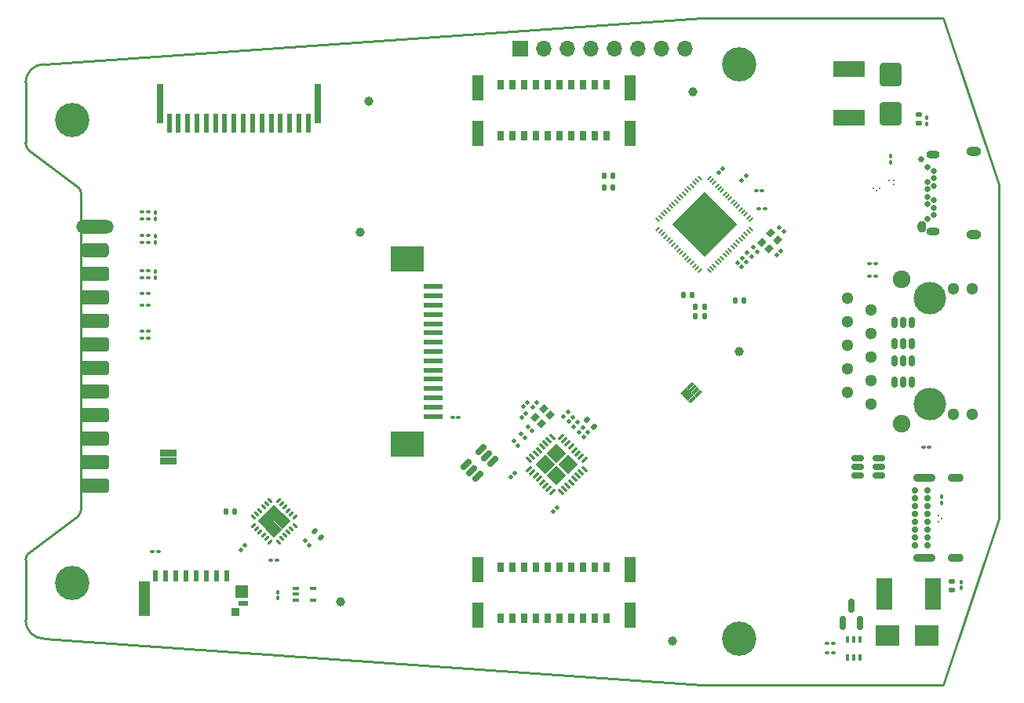
<source format=gbr>
G04 #@! TF.GenerationSoftware,KiCad,Pcbnew,8.0.1-8.0.1-1~ubuntu22.04.1*
G04 #@! TF.CreationDate,2024-03-31T08:55:46-05:00*
G04 #@! TF.ProjectId,controller,636f6e74-726f-46c6-9c65-722e6b696361,rev?*
G04 #@! TF.SameCoordinates,Original*
G04 #@! TF.FileFunction,Soldermask,Top*
G04 #@! TF.FilePolarity,Negative*
%FSLAX46Y46*%
G04 Gerber Fmt 4.6, Leading zero omitted, Abs format (unit mm)*
G04 Created by KiCad (PCBNEW 8.0.1-8.0.1-1~ubuntu22.04.1) date 2024-03-31 08:55:46*
%MOMM*%
%LPD*%
G01*
G04 APERTURE LIST*
G04 Aperture macros list*
%AMRoundRect*
0 Rectangle with rounded corners*
0 $1 Rounding radius*
0 $2 $3 $4 $5 $6 $7 $8 $9 X,Y pos of 4 corners*
0 Add a 4 corners polygon primitive as box body*
4,1,4,$2,$3,$4,$5,$6,$7,$8,$9,$2,$3,0*
0 Add four circle primitives for the rounded corners*
1,1,$1+$1,$2,$3*
1,1,$1+$1,$4,$5*
1,1,$1+$1,$6,$7*
1,1,$1+$1,$8,$9*
0 Add four rect primitives between the rounded corners*
20,1,$1+$1,$2,$3,$4,$5,0*
20,1,$1+$1,$4,$5,$6,$7,0*
20,1,$1+$1,$6,$7,$8,$9,0*
20,1,$1+$1,$8,$9,$2,$3,0*%
%AMHorizOval*
0 Thick line with rounded ends*
0 $1 width*
0 $2 $3 position (X,Y) of the first rounded end (center of the circle)*
0 $4 $5 position (X,Y) of the second rounded end (center of the circle)*
0 Add line between two ends*
20,1,$1,$2,$3,$4,$5,0*
0 Add two circle primitives to create the rounded ends*
1,1,$1,$2,$3*
1,1,$1,$4,$5*%
%AMRotRect*
0 Rectangle, with rotation*
0 The origin of the aperture is its center*
0 $1 length*
0 $2 width*
0 $3 Rotation angle, in degrees counterclockwise*
0 Add horizontal line*
21,1,$1,$2,0,0,$3*%
%AMFreePoly0*
4,1,6,0.375000,0.204290,0.375000,-0.325000,-0.375000,-0.325000,-0.375000,0.325000,0.254290,0.325000,0.375000,0.204290,0.375000,0.204290,$1*%
%AMFreePoly1*
4,1,6,0.375000,-0.325000,-0.375000,-0.325000,-0.375000,0.204290,-0.254290,0.325000,0.375000,0.325000,0.375000,-0.325000,0.375000,-0.325000,$1*%
%AMFreePoly2*
4,1,6,0.375000,-0.325000,-0.254290,-0.325000,-0.375000,-0.204290,-0.375000,0.325000,0.375000,0.325000,0.375000,-0.325000,0.375000,-0.325000,$1*%
%AMFreePoly3*
4,1,6,0.375000,-0.204290,0.254290,-0.325000,-0.375000,-0.325000,-0.375000,0.325000,0.375000,0.325000,0.375000,-0.204290,0.375000,-0.204290,$1*%
G04 Aperture macros list end*
%ADD10C,0.010000*%
%ADD11R,0.600000X1.250000*%
%ADD12R,1.200000X3.790000*%
%ADD13R,1.450000X1.400000*%
%ADD14R,1.000000X0.600000*%
%ADD15R,0.950000X0.850000*%
%ADD16RoundRect,0.062500X0.212132X-0.123744X-0.123744X0.212132X-0.212132X0.123744X0.123744X-0.212132X0*%
%ADD17RoundRect,0.062500X0.212132X0.123744X0.123744X0.212132X-0.212132X-0.123744X-0.123744X-0.212132X0*%
%ADD18RotRect,1.225000X1.225000X135.000000*%
%ADD19RoundRect,0.100000X-0.162635X0.021213X0.021213X-0.162635X0.162635X-0.021213X-0.021213X0.162635X0*%
%ADD20RoundRect,0.100000X0.021213X0.162635X-0.162635X-0.021213X-0.021213X-0.162635X0.162635X0.021213X0*%
%ADD21RoundRect,0.140000X0.140000X0.170000X-0.140000X0.170000X-0.140000X-0.170000X0.140000X-0.170000X0*%
%ADD22RoundRect,0.100000X0.130000X0.100000X-0.130000X0.100000X-0.130000X-0.100000X0.130000X-0.100000X0*%
%ADD23R,0.650000X0.400000*%
%ADD24RoundRect,0.100000X-0.130000X-0.100000X0.130000X-0.100000X0.130000X0.100000X-0.130000X0.100000X0*%
%ADD25RoundRect,0.100000X-0.100000X0.130000X-0.100000X-0.130000X0.100000X-0.130000X0.100000X0.130000X0*%
%ADD26RotRect,0.254000X0.812800X135.000000*%
%ADD27RotRect,0.254000X0.812800X45.000000*%
%ADD28RotRect,1.501800X1.501800X45.000000*%
%ADD29RoundRect,0.100000X0.162635X-0.021213X-0.021213X0.162635X-0.162635X0.021213X0.021213X-0.162635X0*%
%ADD30RoundRect,0.100000X-0.021213X-0.162635X0.162635X0.021213X0.021213X0.162635X-0.162635X-0.021213X0*%
%ADD31RoundRect,0.135000X0.226274X0.035355X0.035355X0.226274X-0.226274X-0.035355X-0.035355X-0.226274X0*%
%ADD32RoundRect,0.100000X0.100000X-0.130000X0.100000X0.130000X-0.100000X0.130000X-0.100000X-0.130000X0*%
%ADD33RotRect,0.750000X0.700000X45.000000*%
%ADD34RoundRect,0.140000X-0.170000X0.140000X-0.170000X-0.140000X0.170000X-0.140000X0.170000X0.140000X0*%
%ADD35R,2.500000X2.300000*%
%ADD36RoundRect,0.150000X-0.256326X-0.468458X0.468458X0.256326X0.256326X0.468458X-0.468458X-0.256326X0*%
%ADD37RoundRect,0.140000X-0.219203X-0.021213X-0.021213X-0.219203X0.219203X0.021213X0.021213X0.219203X0*%
%ADD38C,1.000000*%
%ADD39C,3.700000*%
%ADD40RoundRect,0.140000X-0.140000X-0.170000X0.140000X-0.170000X0.140000X0.170000X-0.140000X0.170000X0*%
%ADD41R,0.609600X2.006600*%
%ADD42R,0.711200X4.191000*%
%ADD43R,3.505200X1.778000*%
%ADD44R,0.400000X0.650000*%
%ADD45RoundRect,0.150000X0.150000X-0.450000X0.150000X0.450000X-0.150000X0.450000X-0.150000X-0.450000X0*%
%ADD46R,2.000000X0.610000*%
%ADD47R,3.600000X2.680000*%
%ADD48R,0.200000X0.200000*%
%ADD49RoundRect,0.250000X0.900000X-1.000000X0.900000X1.000000X-0.900000X1.000000X-0.900000X-1.000000X0*%
%ADD50R,1.778000X3.505200*%
%ADD51HorizOval,0.200000X-0.141421X-0.141421X0.141421X0.141421X0*%
%ADD52HorizOval,0.200000X-0.141421X0.141421X0.141421X-0.141421X0*%
%ADD53C,0.625000*%
%ADD54RotRect,5.000000X5.000000X225.000000*%
%ADD55RotRect,0.200000X0.200000X315.000000*%
%ADD56R,0.800000X1.100000*%
%ADD57R,1.200000X2.700000*%
%ADD58FreePoly0,225.000000*%
%ADD59FreePoly1,225.000000*%
%ADD60FreePoly2,225.000000*%
%ADD61FreePoly3,225.000000*%
%ADD62RoundRect,0.762000X-0.000010X-0.000010X0.000010X-0.000010X0.000010X0.000010X-0.000010X0.000010X0*%
%ADD63RoundRect,0.762000X-1.238000X-0.000010X1.238000X-0.000010X1.238000X0.000010X-1.238000X0.000010X0*%
%ADD64RoundRect,0.381000X-0.381000X-0.381000X0.381000X-0.381000X0.381000X0.381000X-0.381000X0.381000X0*%
%ADD65RoundRect,0.381000X-1.119000X-0.381000X1.119000X-0.381000X1.119000X0.381000X-1.119000X0.381000X0*%
%ADD66RoundRect,0.228600X-1.271400X-0.533400X1.271400X-0.533400X1.271400X0.533400X-1.271400X0.533400X0*%
%ADD67RoundRect,0.150000X-0.512500X-0.150000X0.512500X-0.150000X0.512500X0.150000X-0.512500X0.150000X0*%
%ADD68RoundRect,0.140000X0.170000X-0.140000X0.170000X0.140000X-0.170000X0.140000X-0.170000X-0.140000X0*%
%ADD69RoundRect,0.150000X0.150000X-0.587500X0.150000X0.587500X-0.150000X0.587500X-0.150000X-0.587500X0*%
%ADD70C,0.700000*%
%ADD71O,1.700000X0.900000*%
%ADD72O,2.400000X0.900000*%
%ADD73C,0.650000*%
%ADD74C,0.640000*%
%ADD75O,1.440000X0.840000*%
%ADD76O,1.604000X1.004000*%
%ADD77R,1.700000X1.700000*%
%ADD78O,1.700000X1.700000*%
%ADD79C,1.900000*%
%ADD80C,3.500000*%
%ADD81C,1.300000*%
G04 #@! TA.AperFunction,Profile*
%ADD82C,0.254000*%
G04 #@! TD*
G04 #@! TA.AperFunction,Profile*
%ADD83C,0.010000*%
G04 #@! TD*
G04 APERTURE END LIST*
D10*
X98300000Y-110900000D02*
X97500000Y-110900000D01*
X97500000Y-110600000D01*
X98300000Y-110600000D01*
X98300000Y-110900000D01*
G36*
X98300000Y-110900000D02*
G01*
X97500000Y-110900000D01*
X97500000Y-110600000D01*
X98300000Y-110600000D01*
X98300000Y-110900000D01*
G37*
X98300000Y-111300000D02*
X97500000Y-111300000D01*
X97500000Y-111000000D01*
X98300000Y-111000000D01*
X98300000Y-111300000D01*
G36*
X98300000Y-111300000D02*
G01*
X97500000Y-111300000D01*
X97500000Y-111000000D01*
X98300000Y-111000000D01*
X98300000Y-111300000D01*
G37*
X98300000Y-111700000D02*
X97500000Y-111700000D01*
X97500000Y-111400000D01*
X98300000Y-111400000D01*
X98300000Y-111700000D01*
G36*
X98300000Y-111700000D02*
G01*
X97500000Y-111700000D01*
X97500000Y-111400000D01*
X98300000Y-111400000D01*
X98300000Y-111700000D01*
G37*
X98300000Y-112100000D02*
X97500000Y-112100000D01*
X97500000Y-111800000D01*
X98300000Y-111800000D01*
X98300000Y-112100000D01*
G36*
X98300000Y-112100000D02*
G01*
X97500000Y-112100000D01*
X97500000Y-111800000D01*
X98300000Y-111800000D01*
X98300000Y-112100000D01*
G37*
X99200000Y-110900000D02*
X98400000Y-110900000D01*
X98400000Y-110600000D01*
X99200000Y-110600000D01*
X99200000Y-110900000D01*
G36*
X99200000Y-110900000D02*
G01*
X98400000Y-110900000D01*
X98400000Y-110600000D01*
X99200000Y-110600000D01*
X99200000Y-110900000D01*
G37*
X99200000Y-111300000D02*
X98400000Y-111300000D01*
X98400000Y-111000000D01*
X99200000Y-111000000D01*
X99200000Y-111300000D01*
G36*
X99200000Y-111300000D02*
G01*
X98400000Y-111300000D01*
X98400000Y-111000000D01*
X99200000Y-111000000D01*
X99200000Y-111300000D01*
G37*
X99200000Y-111700000D02*
X98400000Y-111700000D01*
X98400000Y-111400000D01*
X99200000Y-111400000D01*
X99200000Y-111700000D01*
G36*
X99200000Y-111700000D02*
G01*
X98400000Y-111700000D01*
X98400000Y-111400000D01*
X99200000Y-111400000D01*
X99200000Y-111700000D01*
G37*
X99200000Y-112100000D02*
X98400000Y-112100000D01*
X98400000Y-111800000D01*
X99200000Y-111800000D01*
X99200000Y-112100000D01*
G36*
X99200000Y-112100000D02*
G01*
X98400000Y-112100000D01*
X98400000Y-111800000D01*
X99200000Y-111800000D01*
X99200000Y-112100000D01*
G37*
X154431513Y-104122619D02*
X153865827Y-104688305D01*
X153653695Y-104476173D01*
X154219381Y-103910487D01*
X154431513Y-104122619D01*
G36*
X154431513Y-104122619D02*
G01*
X153865827Y-104688305D01*
X153653695Y-104476173D01*
X154219381Y-103910487D01*
X154431513Y-104122619D01*
G37*
X154714355Y-104405462D02*
X154148670Y-104971147D01*
X153936538Y-104759015D01*
X154502223Y-104193330D01*
X154714355Y-104405462D01*
G36*
X154714355Y-104405462D02*
G01*
X154148670Y-104971147D01*
X153936538Y-104759015D01*
X154502223Y-104193330D01*
X154714355Y-104405462D01*
G37*
X154997198Y-104688305D02*
X154431513Y-105253990D01*
X154219381Y-105041858D01*
X154785066Y-104476173D01*
X154997198Y-104688305D01*
G36*
X154997198Y-104688305D02*
G01*
X154431513Y-105253990D01*
X154219381Y-105041858D01*
X154785066Y-104476173D01*
X154997198Y-104688305D01*
G37*
X155067909Y-103486223D02*
X154502223Y-104051909D01*
X154290091Y-103839777D01*
X154855777Y-103274091D01*
X155067909Y-103486223D01*
G36*
X155067909Y-103486223D02*
G01*
X154502223Y-104051909D01*
X154290091Y-103839777D01*
X154855777Y-103274091D01*
X155067909Y-103486223D01*
G37*
X155280041Y-104971147D02*
X154714355Y-105536833D01*
X154502223Y-105324701D01*
X155067909Y-104759015D01*
X155280041Y-104971147D01*
G36*
X155280041Y-104971147D02*
G01*
X154714355Y-105536833D01*
X154502223Y-105324701D01*
X155067909Y-104759015D01*
X155280041Y-104971147D01*
G37*
X155350751Y-103769066D02*
X154785066Y-104334751D01*
X154572934Y-104122619D01*
X155138619Y-103556934D01*
X155350751Y-103769066D01*
G36*
X155350751Y-103769066D02*
G01*
X154785066Y-104334751D01*
X154572934Y-104122619D01*
X155138619Y-103556934D01*
X155350751Y-103769066D01*
G37*
X155633594Y-104051909D02*
X155067909Y-104617594D01*
X154855777Y-104405462D01*
X155421462Y-103839777D01*
X155633594Y-104051909D01*
G36*
X155633594Y-104051909D02*
G01*
X155067909Y-104617594D01*
X154855777Y-104405462D01*
X155421462Y-103839777D01*
X155633594Y-104051909D01*
G37*
X155916437Y-104334751D02*
X155350751Y-104900437D01*
X155138619Y-104688305D01*
X155704305Y-104122619D01*
X155916437Y-104334751D01*
G36*
X155916437Y-104334751D02*
G01*
X155350751Y-104900437D01*
X155138619Y-104688305D01*
X155704305Y-104122619D01*
X155916437Y-104334751D01*
G37*
X179701000Y-85926000D02*
X179723000Y-85927000D01*
X179745000Y-85930000D01*
X179767000Y-85934000D01*
X179789000Y-85939000D01*
X179810000Y-85946000D01*
X179831000Y-85953000D01*
X179852000Y-85962000D01*
X179872000Y-85971000D01*
X179891000Y-85982000D01*
X179910000Y-85994000D01*
X179929000Y-86006000D01*
X179946000Y-86020000D01*
X179963000Y-86034000D01*
X179980000Y-86049000D01*
X179995000Y-86066000D01*
X180009000Y-86083000D01*
X180023000Y-86100000D01*
X180035000Y-86119000D01*
X180047000Y-86137000D01*
X180058000Y-86157000D01*
X180067000Y-86177000D01*
X180076000Y-86198000D01*
X180083000Y-86219000D01*
X180090000Y-86240000D01*
X180095000Y-86262000D01*
X180099000Y-86284000D01*
X180102000Y-86306000D01*
X180103000Y-86328000D01*
X180104000Y-86350000D01*
X180104000Y-86650000D01*
X180103000Y-86672000D01*
X180102000Y-86694000D01*
X180099000Y-86716000D01*
X180095000Y-86738000D01*
X180090000Y-86760000D01*
X180083000Y-86781000D01*
X180076000Y-86802000D01*
X180067000Y-86823000D01*
X180058000Y-86843000D01*
X180047000Y-86862000D01*
X180035000Y-86881000D01*
X180023000Y-86900000D01*
X180009000Y-86917000D01*
X179995000Y-86934000D01*
X179980000Y-86951000D01*
X179963000Y-86966000D01*
X179946000Y-86980000D01*
X179929000Y-86994000D01*
X179910000Y-87006000D01*
X179891000Y-87018000D01*
X179872000Y-87029000D01*
X179852000Y-87038000D01*
X179831000Y-87047000D01*
X179810000Y-87054000D01*
X179789000Y-87061000D01*
X179767000Y-87066000D01*
X179745000Y-87070000D01*
X179723000Y-87073000D01*
X179701000Y-87074000D01*
X179679000Y-87075000D01*
X179657000Y-87074000D01*
X179635000Y-87073000D01*
X179613000Y-87070000D01*
X179591000Y-87066000D01*
X179569000Y-87061000D01*
X179548000Y-87054000D01*
X179527000Y-87047000D01*
X179506000Y-87038000D01*
X179486000Y-87029000D01*
X179466000Y-87018000D01*
X179448000Y-87006000D01*
X179429000Y-86994000D01*
X179412000Y-86980000D01*
X179395000Y-86966000D01*
X179378000Y-86951000D01*
X179363000Y-86934000D01*
X179349000Y-86917000D01*
X179335000Y-86900000D01*
X179323000Y-86881000D01*
X179311000Y-86862000D01*
X179300000Y-86843000D01*
X179291000Y-86823000D01*
X179282000Y-86802000D01*
X179275000Y-86781000D01*
X179268000Y-86760000D01*
X179263000Y-86738000D01*
X179259000Y-86716000D01*
X179256000Y-86694000D01*
X179255000Y-86672000D01*
X179254000Y-86650000D01*
X179254000Y-86350000D01*
X179255000Y-86328000D01*
X179256000Y-86306000D01*
X179259000Y-86284000D01*
X179263000Y-86262000D01*
X179268000Y-86240000D01*
X179275000Y-86219000D01*
X179282000Y-86198000D01*
X179291000Y-86177000D01*
X179300000Y-86157000D01*
X179311000Y-86137000D01*
X179323000Y-86119000D01*
X179335000Y-86100000D01*
X179349000Y-86083000D01*
X179363000Y-86066000D01*
X179378000Y-86049000D01*
X179395000Y-86034000D01*
X179412000Y-86020000D01*
X179429000Y-86006000D01*
X179448000Y-85994000D01*
X179466000Y-85982000D01*
X179486000Y-85971000D01*
X179506000Y-85962000D01*
X179527000Y-85953000D01*
X179548000Y-85946000D01*
X179569000Y-85939000D01*
X179591000Y-85934000D01*
X179613000Y-85930000D01*
X179635000Y-85927000D01*
X179657000Y-85926000D01*
X179679000Y-85925000D01*
X179701000Y-85926000D01*
G36*
X179701000Y-85926000D02*
G01*
X179723000Y-85927000D01*
X179745000Y-85930000D01*
X179767000Y-85934000D01*
X179789000Y-85939000D01*
X179810000Y-85946000D01*
X179831000Y-85953000D01*
X179852000Y-85962000D01*
X179872000Y-85971000D01*
X179891000Y-85982000D01*
X179910000Y-85994000D01*
X179929000Y-86006000D01*
X179946000Y-86020000D01*
X179963000Y-86034000D01*
X179980000Y-86049000D01*
X179995000Y-86066000D01*
X180009000Y-86083000D01*
X180023000Y-86100000D01*
X180035000Y-86119000D01*
X180047000Y-86137000D01*
X180058000Y-86157000D01*
X180067000Y-86177000D01*
X180076000Y-86198000D01*
X180083000Y-86219000D01*
X180090000Y-86240000D01*
X180095000Y-86262000D01*
X180099000Y-86284000D01*
X180102000Y-86306000D01*
X180103000Y-86328000D01*
X180104000Y-86350000D01*
X180104000Y-86650000D01*
X180103000Y-86672000D01*
X180102000Y-86694000D01*
X180099000Y-86716000D01*
X180095000Y-86738000D01*
X180090000Y-86760000D01*
X180083000Y-86781000D01*
X180076000Y-86802000D01*
X180067000Y-86823000D01*
X180058000Y-86843000D01*
X180047000Y-86862000D01*
X180035000Y-86881000D01*
X180023000Y-86900000D01*
X180009000Y-86917000D01*
X179995000Y-86934000D01*
X179980000Y-86951000D01*
X179963000Y-86966000D01*
X179946000Y-86980000D01*
X179929000Y-86994000D01*
X179910000Y-87006000D01*
X179891000Y-87018000D01*
X179872000Y-87029000D01*
X179852000Y-87038000D01*
X179831000Y-87047000D01*
X179810000Y-87054000D01*
X179789000Y-87061000D01*
X179767000Y-87066000D01*
X179745000Y-87070000D01*
X179723000Y-87073000D01*
X179701000Y-87074000D01*
X179679000Y-87075000D01*
X179657000Y-87074000D01*
X179635000Y-87073000D01*
X179613000Y-87070000D01*
X179591000Y-87066000D01*
X179569000Y-87061000D01*
X179548000Y-87054000D01*
X179527000Y-87047000D01*
X179506000Y-87038000D01*
X179486000Y-87029000D01*
X179466000Y-87018000D01*
X179448000Y-87006000D01*
X179429000Y-86994000D01*
X179412000Y-86980000D01*
X179395000Y-86966000D01*
X179378000Y-86951000D01*
X179363000Y-86934000D01*
X179349000Y-86917000D01*
X179335000Y-86900000D01*
X179323000Y-86881000D01*
X179311000Y-86862000D01*
X179300000Y-86843000D01*
X179291000Y-86823000D01*
X179282000Y-86802000D01*
X179275000Y-86781000D01*
X179268000Y-86760000D01*
X179263000Y-86738000D01*
X179259000Y-86716000D01*
X179256000Y-86694000D01*
X179255000Y-86672000D01*
X179254000Y-86650000D01*
X179254000Y-86350000D01*
X179255000Y-86328000D01*
X179256000Y-86306000D01*
X179259000Y-86284000D01*
X179263000Y-86262000D01*
X179268000Y-86240000D01*
X179275000Y-86219000D01*
X179282000Y-86198000D01*
X179291000Y-86177000D01*
X179300000Y-86157000D01*
X179311000Y-86137000D01*
X179323000Y-86119000D01*
X179335000Y-86100000D01*
X179349000Y-86083000D01*
X179363000Y-86066000D01*
X179378000Y-86049000D01*
X179395000Y-86034000D01*
X179412000Y-86020000D01*
X179429000Y-86006000D01*
X179448000Y-85994000D01*
X179466000Y-85982000D01*
X179486000Y-85971000D01*
X179506000Y-85962000D01*
X179527000Y-85953000D01*
X179548000Y-85946000D01*
X179569000Y-85939000D01*
X179591000Y-85934000D01*
X179613000Y-85930000D01*
X179635000Y-85927000D01*
X179657000Y-85926000D01*
X179679000Y-85925000D01*
X179701000Y-85926000D01*
G37*
D11*
X104680000Y-124185000D03*
X103580000Y-124185000D03*
X102480000Y-124185000D03*
X101380000Y-124185000D03*
X100280000Y-124185000D03*
X99180000Y-124185000D03*
X98080000Y-124185000D03*
X96980000Y-124185000D03*
D12*
X95830000Y-126665000D03*
D13*
X106305000Y-125910000D03*
D14*
X106530000Y-127160000D03*
D15*
X105605000Y-128135000D03*
D16*
X110279619Y-120547386D03*
X110633173Y-120193833D03*
X110986726Y-119840280D03*
X111340280Y-119486726D03*
X111693833Y-119133173D03*
X112047386Y-118779619D03*
D17*
X112047386Y-117860381D03*
X111693833Y-117506827D03*
X111340280Y-117153274D03*
X110986726Y-116799720D03*
X110633173Y-116446167D03*
X110279619Y-116092614D03*
D16*
X109360381Y-116092614D03*
X109006827Y-116446167D03*
X108653274Y-116799720D03*
X108299720Y-117153274D03*
X107946167Y-117506827D03*
X107592614Y-117860381D03*
D17*
X107592614Y-118779619D03*
X107946167Y-119133173D03*
X108299720Y-119486726D03*
X108653274Y-119840280D03*
X109006827Y-120193833D03*
X109360381Y-120547386D03*
D18*
X109820000Y-119186206D03*
X110686206Y-118320000D03*
X108953794Y-118320000D03*
X109820000Y-117453794D03*
D19*
X113163726Y-120443726D03*
X113616274Y-120896274D03*
D20*
X106686274Y-120933726D03*
X106233726Y-121386274D03*
D21*
X105580000Y-117250000D03*
X104620000Y-117250000D03*
D22*
X97310000Y-121560000D03*
X96670000Y-121560000D03*
D23*
X112130000Y-125540000D03*
X112130000Y-126190000D03*
X112130000Y-126840000D03*
X114030000Y-126840000D03*
X114030000Y-125540000D03*
D24*
X109480000Y-122500000D03*
X110120000Y-122500000D03*
D25*
X110240000Y-125960000D03*
X110240000Y-126600000D03*
D26*
X137309575Y-112675954D03*
X137668785Y-113035164D03*
X138027995Y-113394374D03*
X138387205Y-113753584D03*
X138746416Y-114112795D03*
X139105626Y-114472005D03*
X139464836Y-114831215D03*
X139824046Y-115190425D03*
D27*
X140775954Y-115190425D03*
X141135164Y-114831215D03*
X141494374Y-114472005D03*
X141853584Y-114112795D03*
X142212795Y-113753584D03*
X142572005Y-113394374D03*
X142931215Y-113035164D03*
X143290425Y-112675954D03*
D26*
X143290425Y-111724046D03*
X142931215Y-111364836D03*
X142572005Y-111005626D03*
X142212795Y-110646416D03*
X141853584Y-110287205D03*
X141494374Y-109927995D03*
X141135164Y-109568785D03*
X140775954Y-109209575D03*
D27*
X139824046Y-109209575D03*
X139464836Y-109568785D03*
X139105626Y-109927995D03*
X138746416Y-110287205D03*
X138387205Y-110646416D03*
X138027995Y-111005626D03*
X137668785Y-111364836D03*
X137309575Y-111724046D03*
D28*
X139096646Y-112200000D03*
X140300000Y-113403354D03*
X140300000Y-110996646D03*
X141503354Y-112200000D03*
D20*
X140366274Y-116813726D03*
X139913726Y-117266274D03*
X141506274Y-106563726D03*
X141053726Y-107016274D03*
D29*
X136906274Y-109346274D03*
X136453726Y-108893726D03*
X136126274Y-110126274D03*
X135673726Y-109673726D03*
D30*
X142703726Y-108686274D03*
X143156274Y-108233726D03*
X143243726Y-109216274D03*
X143696274Y-108763726D03*
D20*
X136976274Y-106693726D03*
X136523726Y-107146274D03*
D30*
X137710000Y-105980000D03*
X138162548Y-105527452D03*
D31*
X144320624Y-108100624D03*
X143599376Y-107379376D03*
D32*
X181860000Y-116340000D03*
X181860000Y-115700000D03*
D29*
X137666274Y-108576274D03*
X137213726Y-108123726D03*
D33*
X138676256Y-107820503D03*
X139630850Y-106865909D03*
X138923744Y-106158803D03*
X137969150Y-107113397D03*
D30*
X142133726Y-108106274D03*
X142586274Y-107653726D03*
D25*
X183922100Y-124860000D03*
X183922100Y-125500000D03*
D34*
X182932100Y-124810000D03*
X182932100Y-125770000D03*
D35*
X180272100Y-130680000D03*
X175972100Y-130680000D03*
D22*
X96205000Y-98552000D03*
X95565000Y-98552000D03*
X96205000Y-97790000D03*
X95565000Y-97790000D03*
D36*
X130496098Y-112160400D03*
X131167849Y-112832151D03*
X131839600Y-113503902D03*
X133448268Y-111895234D03*
X132776517Y-111223483D03*
X132104766Y-110551732D03*
D30*
X141593726Y-107566274D03*
X142046274Y-107113726D03*
X136673726Y-105926274D03*
X137126274Y-105473726D03*
D37*
X114180589Y-119360589D03*
X114859411Y-120039411D03*
D24*
X129070000Y-107090000D03*
X129710000Y-107090000D03*
D38*
X119109000Y-87132000D03*
D22*
X96205000Y-87503000D03*
X95565000Y-87503000D03*
D25*
X176300000Y-78950000D03*
X176300000Y-79590000D03*
D30*
X157788726Y-80694274D03*
X158241274Y-80241726D03*
D39*
X88000000Y-125000000D03*
D40*
X155270000Y-95180000D03*
X156230000Y-95180000D03*
D22*
X96205000Y-94996000D03*
X95565000Y-94996000D03*
D41*
X113495001Y-75329000D03*
X112495001Y-75329000D03*
X111495000Y-75329000D03*
X110495002Y-75329000D03*
X109495002Y-75329000D03*
X108495001Y-75329000D03*
X107495001Y-75329000D03*
X106495003Y-75329000D03*
X105495002Y-75329000D03*
X104495001Y-75329000D03*
X103495001Y-75329000D03*
X102495000Y-75329000D03*
X101495002Y-75329000D03*
X100495002Y-75329000D03*
X99495001Y-75329000D03*
X98495001Y-75329000D03*
D42*
X97498701Y-73220800D03*
X114491301Y-73220800D03*
D40*
X159560000Y-94500000D03*
X160520000Y-94500000D03*
D22*
X170120000Y-132550000D03*
X169480000Y-132550000D03*
D43*
X171830000Y-74734100D03*
X171830000Y-69501700D03*
D22*
X96205000Y-92075000D03*
X95565000Y-92075000D03*
D19*
X164333726Y-86623726D03*
X164786274Y-87076274D03*
D38*
X152820000Y-131230000D03*
D22*
X180520000Y-110300000D03*
X179880000Y-110300000D03*
D40*
X145420000Y-82280000D03*
X146380000Y-82280000D03*
D21*
X154910000Y-93890000D03*
X153950000Y-93890000D03*
D44*
X171700000Y-133000000D03*
X172350000Y-133000000D03*
X173000000Y-133000000D03*
X173000000Y-131100000D03*
X172350000Y-131100000D03*
X171700000Y-131100000D03*
D45*
X176750000Y-99137500D03*
X177700000Y-99137500D03*
X178650000Y-99137500D03*
X178650000Y-96862500D03*
X177700000Y-96862500D03*
X176750000Y-96862500D03*
D38*
X160000000Y-100000000D03*
D22*
X96205000Y-85725000D03*
X95565000Y-85725000D03*
D46*
X127000000Y-93000000D03*
X127000000Y-94000000D03*
X127000000Y-95000000D03*
X127000000Y-96000000D03*
X127000000Y-97000000D03*
X127000000Y-98000000D03*
X127000000Y-99000000D03*
X127000000Y-100000000D03*
X127000000Y-101000000D03*
X127000000Y-102000000D03*
X127000000Y-103000000D03*
X127000000Y-104000000D03*
X127000000Y-105000000D03*
X127000000Y-106000000D03*
X127000000Y-107000000D03*
D47*
X124200000Y-90010000D03*
X124200000Y-109990000D03*
D40*
X155270000Y-96180000D03*
X156230000Y-96180000D03*
D38*
X155000000Y-72000000D03*
D39*
X160000000Y-131000000D03*
X88000000Y-75000000D03*
D48*
X174809000Y-82673000D03*
X175149000Y-82373000D03*
X174469000Y-82373000D03*
D49*
X176320000Y-74377500D03*
X176320000Y-70077500D03*
D39*
X160000000Y-69000000D03*
D24*
X161832000Y-82666000D03*
X162472000Y-82666000D03*
D22*
X96205000Y-91313000D03*
X95565000Y-91313000D03*
D25*
X97028000Y-87564000D03*
X97028000Y-88204000D03*
D20*
X135781274Y-113098726D03*
X135328726Y-113551274D03*
D22*
X96205000Y-84963000D03*
X95565000Y-84963000D03*
X96205000Y-88265000D03*
X95565000Y-88265000D03*
D38*
X120000000Y-73000000D03*
D50*
X175675900Y-126200000D03*
X180908300Y-126200000D03*
D25*
X97025000Y-85024000D03*
X97025000Y-85664000D03*
D19*
X160327452Y-89887452D03*
X160780000Y-90340000D03*
D51*
X161264978Y-85787021D03*
X160982135Y-85504179D03*
X160699293Y-85221336D03*
X160416450Y-84938493D03*
X160133607Y-84655650D03*
X159850765Y-84372808D03*
X159567922Y-84089965D03*
X159285079Y-83807122D03*
X159002236Y-83524280D03*
X158719394Y-83241437D03*
X158436551Y-82958594D03*
X158153708Y-82675751D03*
X157870866Y-82392909D03*
X157588023Y-82110066D03*
X157305180Y-81827223D03*
X157022337Y-81544381D03*
X156739495Y-81261538D03*
D52*
X155749545Y-81261538D03*
X155466703Y-81544381D03*
X155183860Y-81827223D03*
X154901017Y-82110066D03*
X154618174Y-82392909D03*
X154335332Y-82675751D03*
X154052489Y-82958594D03*
X153769646Y-83241437D03*
X153486804Y-83524280D03*
X153203961Y-83807122D03*
X152921118Y-84089965D03*
X152638275Y-84372808D03*
X152355433Y-84655650D03*
X152072590Y-84938493D03*
X151789747Y-85221336D03*
X151506905Y-85504179D03*
X151224062Y-85787021D03*
D51*
X151224062Y-86776971D03*
X151506905Y-87059813D03*
X151789747Y-87342656D03*
X152072590Y-87625499D03*
X152355433Y-87908342D03*
X152638275Y-88191184D03*
X152921118Y-88474027D03*
X153203961Y-88756870D03*
X153486804Y-89039712D03*
X153769646Y-89322555D03*
X154052489Y-89605398D03*
X154335332Y-89888241D03*
X154618174Y-90171083D03*
X154901017Y-90453926D03*
X155183860Y-90736769D03*
X155466703Y-91019611D03*
X155749545Y-91302454D03*
D52*
X156739495Y-91302454D03*
X157022337Y-91019611D03*
X157305180Y-90736769D03*
X157588023Y-90453926D03*
X157870866Y-90171083D03*
X158153708Y-89888241D03*
X158436551Y-89605398D03*
X158719394Y-89322555D03*
X159002236Y-89039712D03*
X159285079Y-88756870D03*
X159567922Y-88474027D03*
X159850765Y-88191184D03*
X160133607Y-87908342D03*
X160416450Y-87625499D03*
X160699293Y-87342656D03*
X160982135Y-87059813D03*
X161264978Y-86776971D03*
D53*
X158012287Y-86281996D03*
X156244520Y-84514229D03*
X157128403Y-85398113D03*
X157128403Y-87165879D03*
X156244520Y-86281996D03*
D54*
X156244520Y-86281996D03*
D53*
X155360637Y-85398113D03*
X155360637Y-87165879D03*
X156244520Y-88049763D03*
X154476753Y-86281996D03*
D55*
X176648000Y-81538000D03*
X176195452Y-81509716D03*
X176676284Y-81990548D03*
D56*
X134285000Y-128750000D03*
X135555000Y-128750000D03*
X136825000Y-128750000D03*
X138095000Y-128750000D03*
X139365000Y-128750000D03*
X140635000Y-128750000D03*
X141905000Y-128750000D03*
X143175000Y-128750000D03*
X144445000Y-128750000D03*
X145715000Y-128750000D03*
X134285000Y-123250000D03*
X135555000Y-123250000D03*
X136825000Y-123250000D03*
X138095000Y-123250000D03*
X139365000Y-123250000D03*
X140635000Y-123250000D03*
X141905000Y-123250000D03*
X143175000Y-123250000D03*
X144445000Y-123250000D03*
X145715000Y-123250000D03*
D57*
X148210000Y-128450000D03*
X148210000Y-123550000D03*
X131790000Y-128450000D03*
X131790000Y-123550000D03*
D58*
X163386066Y-87238262D03*
D59*
X162431472Y-88192856D03*
D60*
X163173934Y-88935318D03*
D61*
X164128528Y-87980724D03*
D40*
X145420000Y-81080000D03*
X146380000Y-81080000D03*
D48*
X181812000Y-118011000D03*
X181512000Y-117671000D03*
X181512000Y-118351000D03*
D19*
X161503726Y-88773726D03*
X161956274Y-89226274D03*
D22*
X170120000Y-131500000D03*
X169480000Y-131500000D03*
D62*
X90500000Y-86500000D03*
D63*
X90500000Y-86500000D03*
D64*
X90500000Y-89040000D03*
D65*
X90500000Y-89040000D03*
D64*
X90500000Y-91580000D03*
D66*
X90500000Y-91580000D03*
D64*
X90500000Y-94120000D03*
D66*
X90500000Y-94120000D03*
D64*
X90500000Y-96660000D03*
D66*
X90500000Y-96660000D03*
D64*
X90500000Y-99200000D03*
D66*
X90500000Y-99200000D03*
D64*
X90500000Y-101740000D03*
D66*
X90500000Y-101740000D03*
D64*
X90500000Y-104280000D03*
D66*
X90500000Y-104280000D03*
D64*
X90500000Y-106820000D03*
D66*
X90500000Y-106820000D03*
D64*
X90500000Y-109360000D03*
D66*
X90500000Y-109360000D03*
D64*
X90500000Y-111900000D03*
D66*
X90500000Y-111900000D03*
D64*
X90500000Y-114440000D03*
D66*
X90500000Y-114440000D03*
D19*
X160867452Y-89347452D03*
X161320000Y-89800000D03*
D32*
X180230000Y-75420000D03*
X180230000Y-74780000D03*
D30*
X164023726Y-89586274D03*
X164476274Y-89133726D03*
D67*
X172800000Y-111500000D03*
X172800000Y-112450000D03*
X172800000Y-113400000D03*
X175075000Y-113400000D03*
X175075000Y-112450000D03*
X175075000Y-111500000D03*
D56*
X134285000Y-76750000D03*
X135555000Y-76750000D03*
X136825000Y-76750000D03*
X138095000Y-76750000D03*
X139365000Y-76750000D03*
X140635000Y-76750000D03*
X141905000Y-76750000D03*
X143175000Y-76750000D03*
X144445000Y-76750000D03*
X145715000Y-76750000D03*
X134285000Y-71250000D03*
X135555000Y-71250000D03*
X136825000Y-71250000D03*
X138095000Y-71250000D03*
X139365000Y-71250000D03*
X140635000Y-71250000D03*
X141905000Y-71250000D03*
X143175000Y-71250000D03*
X144445000Y-71250000D03*
X145715000Y-71250000D03*
D57*
X148210000Y-76450000D03*
X148210000Y-71550000D03*
X131790000Y-76450000D03*
X131790000Y-71550000D03*
D30*
X160276726Y-81507274D03*
X160729274Y-81054726D03*
D19*
X159787452Y-90427452D03*
X160240000Y-90880000D03*
D24*
X162126000Y-84581000D03*
X162766000Y-84581000D03*
D22*
X174690000Y-91870000D03*
X174050000Y-91870000D03*
X96205000Y-93726000D03*
X95565000Y-93726000D03*
D25*
X97028000Y-91374000D03*
X97028000Y-92014000D03*
D45*
X176750000Y-103300000D03*
X177700000Y-103300000D03*
X178650000Y-103300000D03*
X178650000Y-101025000D03*
X177700000Y-101025000D03*
X176750000Y-101025000D03*
D38*
X117000000Y-127000000D03*
D68*
X179360000Y-75370000D03*
X179360000Y-74410000D03*
D69*
X171150000Y-129337500D03*
X173050000Y-129337500D03*
X172100000Y-127462500D03*
D22*
X174720000Y-90500000D03*
X174080000Y-90500000D03*
D70*
X179000000Y-115000000D03*
X179000000Y-115850000D03*
X179000000Y-116700000D03*
X179000000Y-117550000D03*
X179000000Y-118400000D03*
X179000000Y-119250000D03*
X179000000Y-120100000D03*
X179000000Y-120950000D03*
X180350000Y-120950000D03*
X180350000Y-120100000D03*
X180350000Y-119250000D03*
X180350000Y-118400000D03*
X180350000Y-117550000D03*
X180350000Y-116700000D03*
X180350000Y-115850000D03*
X180350000Y-115000000D03*
D71*
X183360000Y-113650000D03*
D72*
X179980000Y-113650000D03*
D71*
X183360000Y-122300000D03*
D72*
X179980000Y-122300000D03*
D73*
X179679000Y-79300000D03*
X179679000Y-86500000D03*
D74*
X180329000Y-85700000D03*
X181029000Y-85300000D03*
X181029000Y-84500000D03*
X180329000Y-84100000D03*
X181029000Y-83700000D03*
X180329000Y-83300000D03*
X180329000Y-82500000D03*
X181029000Y-82100000D03*
X180329000Y-81700000D03*
X181029000Y-81300000D03*
X181029000Y-80500000D03*
X180329000Y-80100000D03*
D75*
X180919000Y-78770000D03*
X180919000Y-87030000D03*
D76*
X185319000Y-78410000D03*
X185319000Y-87390000D03*
D77*
X136400000Y-67300000D03*
D78*
X138940000Y-67300000D03*
X141480000Y-67300000D03*
X144020000Y-67300000D03*
X146560000Y-67300000D03*
X149100000Y-67300000D03*
X151640000Y-67300000D03*
X154180000Y-67300000D03*
D79*
X177540000Y-92205000D03*
D80*
X180590000Y-94285000D03*
X180590000Y-105715000D03*
D79*
X177540000Y-107795000D03*
D81*
X171700000Y-94285000D03*
X174240000Y-95555000D03*
X171700000Y-96825000D03*
X174240000Y-98095000D03*
X171700000Y-99365000D03*
X174240000Y-100635000D03*
X171700000Y-101905000D03*
X174240000Y-103175000D03*
X171700000Y-104445000D03*
X174240000Y-105715000D03*
X185160000Y-93215000D03*
X183130000Y-93215000D03*
X185160000Y-106785000D03*
X183130000Y-106785000D03*
D82*
X83000000Y-71000000D02*
G75*
G02*
X85000000Y-69000000I2000000J0D01*
G01*
X156000000Y-136000000D02*
X85000000Y-131000000D01*
X88707107Y-82292893D02*
G75*
G02*
X89000000Y-83000000I-707107J-707107D01*
G01*
X188000000Y-118000000D02*
X188000000Y-82000000D01*
X89000000Y-117000000D02*
G75*
G02*
X88707107Y-117707107I-1000000J0D01*
G01*
X182000000Y-64000000D02*
X188000000Y-82000000D01*
X182000000Y-64000000D02*
X156000000Y-64000000D01*
X89000000Y-83000000D02*
X89000000Y-117000000D01*
X83000000Y-122500000D02*
X83000000Y-129000000D01*
X188000000Y-118000000D02*
X182000000Y-136000000D01*
X83292893Y-78207107D02*
G75*
G02*
X83000000Y-77500000I707107J707107D01*
G01*
X88707107Y-82292893D02*
X83292893Y-78207107D01*
X156000000Y-64000000D02*
X85000000Y-69000000D01*
X88707107Y-117707107D02*
X83292893Y-121792893D01*
X83000000Y-77500000D02*
X83000000Y-71000000D01*
X83000000Y-122500000D02*
G75*
G02*
X83292893Y-121792893I1000000J0D01*
G01*
X85000000Y-131000000D02*
G75*
G02*
X83000000Y-129000000I0J2000000D01*
G01*
X156000000Y-136000000D02*
X182000000Y-136000000D01*
D83*
X179354000Y-86650000D02*
X179354000Y-86350000D01*
X180004000Y-86350000D02*
X180004000Y-86650000D01*
X179354000Y-86350000D02*
G75*
G02*
X179679000Y-86025000I325000J0D01*
G01*
X179679000Y-86025000D02*
G75*
G02*
X180004000Y-86350000I0J-325000D01*
G01*
X179679000Y-86975000D02*
G75*
G02*
X179354000Y-86650000I0J325000D01*
G01*
X180004000Y-86650000D02*
G75*
G02*
X179679000Y-86975000I-325000J0D01*
G01*
M02*

</source>
